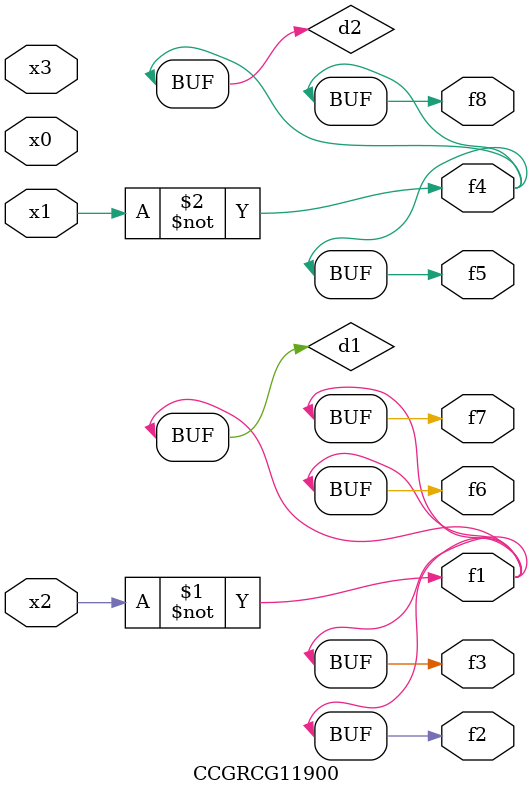
<source format=v>
module CCGRCG11900(
	input x0, x1, x2, x3,
	output f1, f2, f3, f4, f5, f6, f7, f8
);

	wire d1, d2;

	xnor (d1, x2);
	not (d2, x1);
	assign f1 = d1;
	assign f2 = d1;
	assign f3 = d1;
	assign f4 = d2;
	assign f5 = d2;
	assign f6 = d1;
	assign f7 = d1;
	assign f8 = d2;
endmodule

</source>
